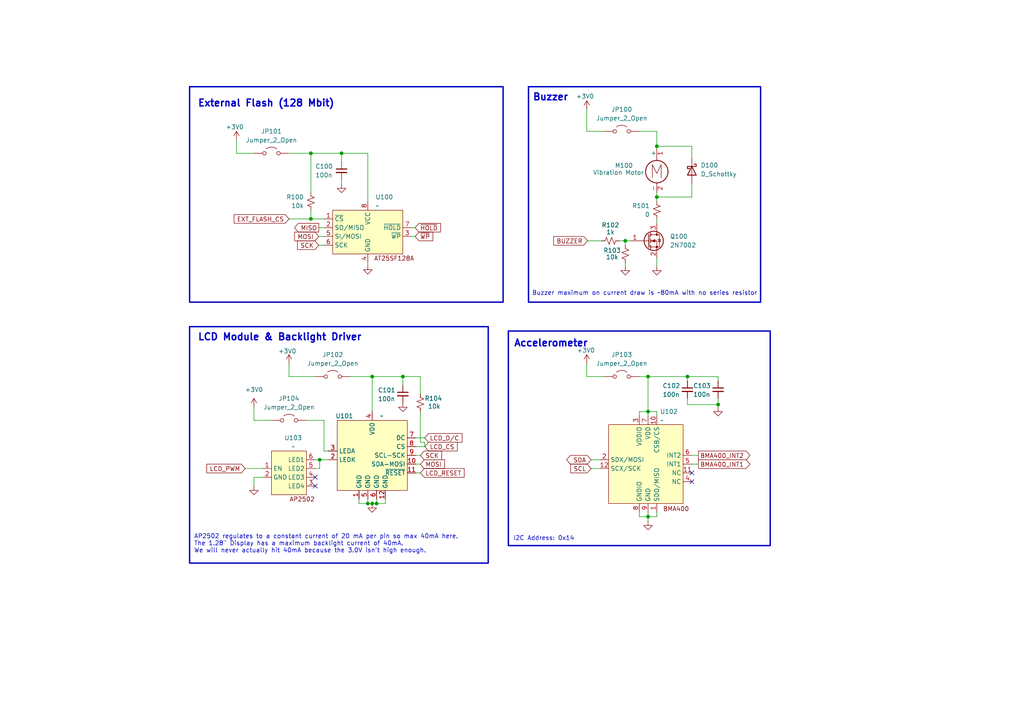
<source format=kicad_sch>
(kicad_sch (version 20231120) (generator "eeschema") (generator_version "8.0")
  (paper "A4")
  (lib_symbols
    (symbol "Device:C_Small" (pin_numbers hide) (pin_names (offset 0.254) hide)
      (property "Reference" "C" (at 0.254 1.778 0))
      (property "Value" "C_Small" (at 0.254 -2.032 0))
      (symbol "C_Small_0_1"
        (polyline (pts (xy -1.524 -0.508) (xy 1.524 -0.508)) (stroke (width 0.3302)))
        (polyline (pts (xy -1.524 0.508) (xy 1.524 0.508)) (stroke (width 0.3048)))
      )
      (symbol "C_Small_1_1"
        (pin passive line (at 0 2.54 270) (length 2.032) (name "~") (number "1"))
        (pin passive line (at 0 -2.54 90) (length 2.032) (name "~") (number "2"))
      )
    )
    (symbol "Device:D_Schottky" (pin_numbers hide) (pin_names (offset 1.016) hide)
      (property "Reference" "D" (at 0 2.54 0))
      (property "Value" "D_Schottky" (at 0 -2.54 0))
      (symbol "D_Schottky_0_1"
        (polyline (pts (xy 1.27 0) (xy -1.27 0)))
        (polyline (pts (xy 1.27 1.27) (xy 1.27 -1.27) (xy -1.27 0) (xy 1.27 1.27)) (stroke (width 0.254)))
        (polyline (pts (xy -1.905 0.635) (xy -1.905 1.27) (xy -1.27 1.27) (xy -1.27 -1.27) (xy -0.635 -1.27) (xy -0.635 -0.635)) (stroke (width 0.254)))
      )
      (symbol "D_Schottky_1_1"
        (pin passive line (at -3.81 0 0) (length 2.54) (name "K") (number "1"))
        (pin passive line (at 3.81 0 180) (length 2.54) (name "A") (number "2"))
      )
    )
    (symbol "Device:R_Small_US" (pin_numbers hide) (pin_names (offset 0.254) hide)
      (property "Reference" "R" (at 0.762 0.508 0))
      (property "Value" "R_Small_US" (at 0.762 -1.016 0))
      (symbol "R_Small_US_1_1"
        (polyline (pts (xy 0 0) (xy 1.016 -0.381) (xy 0 -0.762) (xy -1.016 -1.143) (xy 0 -1.524)))
        (polyline (pts (xy 0 1.524) (xy 1.016 1.143) (xy 0 0.762) (xy -1.016 0.381) (xy 0 0)))
        (pin passive line (at 0 2.54 270) (length 1.016) (name "~") (number "1"))
        (pin passive line (at 0 -2.54 90) (length 1.016) (name "~") (number "2"))
      )
    )
    (symbol "GeckoDevelopmentBoard:AP2502"
      (property "Reference" "U2" (at -2.921 7.366 0))
      (property "Value" "~" (at -7.62 1.27 0))
      (symbol "AP2502_1_1"
        (rectangle (start -5.08 6.35) (end 5.08 -6.35) (fill (type background)))
        (text "AP2502" (at 3.81 -7.62 0) (effects (font (size 1.27 1.27))))
        (pin input line (at -7.62 1.27 0) (length 2.54) (name "EN") (number "1"))
        (pin input line (at -7.62 -1.27 0) (length 2.54) (name "GND") (number "2"))
        (pin input line (at 7.62 -3.81 180) (length 2.54) (name "LED4") (number "3"))
        (pin input line (at 7.62 -1.27 180) (length 2.54) (name "LED3") (number "4"))
        (pin input line (at 7.62 1.27 180) (length 2.54) (name "LED2") (number "5"))
        (pin input line (at 7.62 3.81 180) (length 2.54) (name "LED1") (number "6"))
      )
    )
    (symbol "GeckoDevelopmentBoard:AT25SF128A"
      (property "Reference" "U3" (at -10.16 7.366 0))
      (property "Value" "~" (at -30.48 7.62 0))
      (symbol "AT25SF128A_1_1"
        (rectangle (start -10.16 6.35) (end 10.16 -6.35) (fill (type background)))
        (text "AT25SF128A" (at 7.62 -7.62 0) (effects (font (size 1.27 1.27))))
        (pin input line (at -12.7 3.81 0) (length 2.54) (name "~{CS}") (number "1"))
        (pin input line (at -12.7 1.27 0) (length 2.54) (name "SO/MISO") (number "2"))
        (pin input line (at 12.7 -1.27 180) (length 2.54) (name "~{WP}") (number "3"))
        (pin input line (at 0 -8.89 90) (length 2.54) (name "GND") (number "4"))
        (pin input line (at -12.7 -1.27 0) (length 2.54) (name "SI/MOSI") (number "5"))
        (pin input line (at -12.7 -3.81 0) (length 2.54) (name "SCK") (number "6"))
        (pin input line (at 12.7 1.27 180) (length 2.54) (name "~{HOLD}") (number "7"))
        (pin input line (at 0 8.89 270) (length 2.54) (name "VCC") (number "8"))
      )
    )
    (symbol "GeckoDevelopmentBoard:BMA400"
      (property "Reference" "U5" (at -11.176 12.446 0))
      (property "Value" "~" (at 12.192 -7.874 0))
      (symbol "BMA400_1_1"
        (rectangle (start -11.43 11.43) (end 10.16 -11.43) (fill (type background)))
        (text "BMA400" (at 8.128 -12.954 0) (effects (font (size 1.27 1.27))))
        (pin input line (at 2.54 -13.97 90) (length 2.54) (name "SDO/MISO") (number "1"))
        (pin input line (at 2.54 13.97 270) (length 2.54) (name "CSB/CS") (number "10"))
        (pin input line (at 12.7 -2.54 180) (length 2.54) (name "NC") (number "11"))
        (pin input line (at -13.97 -1.27 0) (length 2.54) (name "SCX/SCK") (number "12"))
        (pin input line (at -13.97 1.27 0) (length 2.54) (name "SDX/MOSI") (number "2"))
        (pin input line (at -2.54 13.97 270) (length 2.54) (name "VDDIO") (number "3"))
        (pin input line (at 12.7 -5.08 180) (length 2.54) (name "NC") (number "4"))
        (pin input line (at 12.7 0 180) (length 2.54) (name "INT1") (number "5"))
        (pin input line (at 12.7 2.54 180) (length 2.54) (name "INT2") (number "6"))
        (pin input line (at 0 13.97 270) (length 2.54) (name "VDD") (number "7"))
        (pin input line (at -2.54 -13.97 90) (length 2.54) (name "GNDIO") (number "8"))
        (pin input line (at 0 -13.97 90) (length 2.54) (name "GND") (number "9"))
      )
    )
    (symbol "GeckoDevelopmentBoard:ER-TFT147"
      (property "Reference" "U4" (at 1.9559 12.954 0))
      (property "Value" "~" (at -28.448 0.762 0))
      (symbol "ER-TFT147_1_1"
        (rectangle (start -10.16 10.16) (end 10.16 -10.16) (fill (type background)))
        (pin input line (at -3.81 -12.7 90) (length 2.54) (name "GND") (number "1"))
        (pin input line (at 12.7 -2.54 180) (length 2.54) (name "SDA-MOSI") (number "10"))
        (pin input line (at 12.7 -5.08 180) (length 2.54) (name "~{RESET}") (number "11"))
        (pin input line (at 3.81 -12.7 90) (length 2.54) (name "GND") (number "12"))
        (pin input line (at -12.7 -1.27 0) (length 2.54) (name "LEDK") (number "2"))
        (pin input line (at -12.7 1.27 0) (length 2.54) (name "LEDA") (number "3"))
        (pin input line (at 0 12.7 270) (length 2.54) (name "VDD") (number "4"))
        (pin input line (at -1.27 -12.7 90) (length 2.54) (name "GND") (number "5"))
        (pin input line (at 1.27 -12.7 90) (length 2.54) (name "GND") (number "6"))
        (pin input line (at 12.7 5.08 180) (length 2.54) (name "DC") (number "7"))
        (pin input line (at 12.7 2.54 180) (length 2.54) (name "CS") (number "8"))
        (pin input line (at 12.7 0 180) (length 2.54) (name "SCL-SCK") (number "9"))
      )
    )
    (symbol "Jumper:Jumper_2_Open" (pin_numbers hide) (pin_names (offset 0) hide) (exclude_from_sim yes)
      (property "Reference" "JP" (at 0 2.794 0))
      (property "Value" "Jumper_2_Open" (at 0 -2.286 0))
      (symbol "Jumper_2_Open_0_0"
        (circle (center -2.032 0) (radius 0.508))
        (circle (center 2.032 0) (radius 0.508))
      )
      (symbol "Jumper_2_Open_0_1"
        (arc (start 1.524 1.27) (mid 0 1.778) (end -1.524 1.27))
      )
      (symbol "Jumper_2_Open_1_1"
        (pin passive line (at -5.08 0 0) (length 2.54) (name "A") (number "1"))
        (pin passive line (at 5.08 0 180) (length 2.54) (name "B") (number "2"))
      )
    )
    (symbol "Motor:Motor_DC" (pin_names (offset 0))
      (property "Reference" "M" (at 2.54 2.54 0))
      (property "Value" "Motor_DC" (at 2.54 -5.08 0))
      (symbol "Motor_DC_0_0"
        (polyline (pts (xy -1.27 -3.302) (xy -1.27 0.508) (xy 0 -2.032) (xy 1.27 0.508) (xy 1.27 -3.302)))
      )
      (symbol "Motor_DC_0_1"
        (circle (center 0 -1.524) (radius 3.2512) (stroke (width 0.254)))
        (polyline (pts (xy 0 -7.62) (xy 0 -7.112)))
        (polyline (pts (xy 0 -4.7752) (xy 0 -5.1816)))
        (polyline (pts (xy 0 1.7272) (xy 0 2.0828)))
        (polyline (pts (xy 0 2.032) (xy 0 2.54)))
      )
      (symbol "Motor_DC_1_1"
        (pin passive line (at 0 5.08 270) (length 2.54) (name "+") (number "1"))
        (pin passive line (at 0 -7.62 90) (length 2.54) (name "-") (number "2"))
      )
    )
    (symbol "Transistor_FET:2N7002" (pin_names hide)
      (property "Reference" "Q" (at 5.08 1.905 0))
      (property "Value" "2N7002" (at 5.08 0 0))
      (symbol "2N7002_0_1"
        (polyline (pts (xy 0.254 0) (xy -2.54 0)))
        (polyline (pts (xy 0.254 1.905) (xy 0.254 -1.905)) (stroke (width 0.254)))
        (polyline (pts (xy 0.762 -1.27) (xy 0.762 -2.286)) (stroke (width 0.254)))
        (polyline (pts (xy 0.762 0.508) (xy 0.762 -0.508)) (stroke (width 0.254)))
        (polyline (pts (xy 0.762 2.286) (xy 0.762 1.27)) (stroke (width 0.254)))
        (polyline (pts (xy 2.54 2.54) (xy 2.54 1.778)))
        (polyline (pts (xy 2.54 -2.54) (xy 2.54 0) (xy 0.762 0)))
        (polyline (pts (xy 0.762 -1.778) (xy 3.302 -1.778) (xy 3.302 1.778) (xy 0.762 1.778)))
        (polyline (pts (xy 1.016 0) (xy 2.032 0.381) (xy 2.032 -0.381) (xy 1.016 0)) (fill (type outline)))
        (polyline (pts (xy 2.794 0.508) (xy 2.921 0.381) (xy 3.683 0.381) (xy 3.81 0.254)))
        (polyline (pts (xy 3.302 0.381) (xy 2.921 -0.254) (xy 3.683 -0.254) (xy 3.302 0.381)))
        (circle (center 1.651 0) (radius 2.794) (stroke (width 0.254)))
        (circle (center 2.54 -1.778) (radius 0.254) (fill (type outline)))
        (circle (center 2.54 1.778) (radius 0.254) (fill (type outline)))
      )
      (symbol "2N7002_1_1"
        (pin input line (at -5.08 0 0) (length 2.54) (name "G") (number "1"))
        (pin passive line (at 2.54 -5.08 90) (length 2.54) (name "S") (number "2"))
        (pin passive line (at 2.54 5.08 270) (length 2.54) (name "D") (number "3"))
      )
    )
    (symbol "power:+3V0" (power) (pin_names (offset 0))
      (property "Value" "+3V0" (at 0 3.556 0))
      (symbol "+3V0_0_1"
        (polyline (pts (xy -0.762 1.27) (xy 0 2.54)))
        (polyline (pts (xy 0 0) (xy 0 2.54)))
        (polyline (pts (xy 0 2.54) (xy 0.762 1.27)))
      )
      (symbol "+3V0_1_1"
        (pin power_in line (at 0 0 90) (length 0) hide (name "+3V0") (number "1"))
      )
    )
    (symbol "power:GND" (power) (pin_names (offset 0))
      (property "Value" "GND" (at 0 -3.81 0))
      (symbol "GND_0_1"
        (polyline (pts (xy 0 0) (xy 0 -1.27) (xy 1.27 -1.27) (xy 0 -2.54) (xy -1.27 -1.27) (xy 0 -1.27)))
      )
      (symbol "GND_1_1"
        (pin power_in line (at 0 0 270) (length 0) hide (name "GND") (number "1"))
      )
    )
  )
  (junction (at 107.95 146.05))
  (junction (at 187.96 149.86))
  (junction (at 208.28 117.348))
  (junction (at 187.96 109.22))
  (junction (at 90.17 63.5))
  (junction (at 190.5 42.418))
  (junction (at 99.06 44.45))
  (junction (at 116.84 109.22))
  (junction (at 107.95 109.22))
  (junction (at 199.39 109.22))
  (junction (at 109.22 146.05))
  (junction (at 190.5 57.15))
  (junction (at 187.96 119.38))
  (junction (at 92.71 133.35))
  (junction (at 181.356 69.85))
  (junction (at 106.68 146.05))
  (junction (at 90.17 44.45))
  (no_connect (at 200.66 139.7))
  (no_connect (at 91.44 138.43))
  (no_connect (at 91.44 140.97))
  (no_connect (at 200.66 137.16))
  (wire (pts (xy 73.66 140.97) (xy 73.66 138.43)))
  (wire (pts (xy 91.44 135.89) (xy 92.71 135.89)))
  (wire (pts (xy 73.66 121.92) (xy 73.66 118.11)))
  (wire (pts (xy 185.42 120.65) (xy 185.42 119.38)))
  (wire (pts (xy 190.5 63.5) (xy 190.5 64.77)))
  (wire (pts (xy 190.5 42.418) (xy 190.5 43.18)))
  (wire (pts (xy 107.95 109.22) (xy 107.95 119.38)))
  (wire (pts (xy 83.82 44.45) (xy 90.17 44.45)))
  (wire (pts (xy 170.18 109.22) (xy 170.18 105.41)))
  (wire (pts (xy 111.76 146.05) (xy 111.76 144.78)))
  (wire (pts (xy 175.26 109.22) (xy 170.18 109.22)))
  (wire (pts (xy 175.26 38.1) (xy 170.18 38.1)))
  (wire (pts (xy 106.68 76.2) (xy 106.68 76.962)))
  (wire (pts (xy 92.456 68.58) (xy 93.98 68.58)))
  (wire (pts (xy 208.28 115.57) (xy 208.28 117.348)))
  (wire (pts (xy 90.17 44.45) (xy 90.17 55.88)))
  (wire (pts (xy 106.68 146.05) (xy 107.95 146.05)))
  (wire (pts (xy 171.45 133.35) (xy 173.99 133.35)))
  (wire (pts (xy 68.58 44.45) (xy 68.58 40.64)))
  (wire (pts (xy 187.96 149.86) (xy 187.96 151.13)))
  (wire (pts (xy 123.19 128.27) (xy 121.92 128.27)))
  (wire (pts (xy 121.92 109.22) (xy 121.92 114.3)))
  (wire (pts (xy 116.84 109.22) (xy 107.95 109.22)))
  (wire (pts (xy 78.74 121.92) (xy 73.66 121.92)))
  (wire (pts (xy 185.42 149.86) (xy 187.96 149.86)))
  (wire (pts (xy 190.5 38.1) (xy 190.5 42.418)))
  (wire (pts (xy 120.65 127) (xy 123.19 127)))
  (wire (pts (xy 179.578 69.85) (xy 181.356 69.85)))
  (wire (pts (xy 200.66 53.34) (xy 200.66 57.15)))
  (wire (pts (xy 120.65 134.62) (xy 121.92 134.62)))
  (wire (pts (xy 208.28 110.49) (xy 208.28 109.22)))
  (wire (pts (xy 190.5 120.65) (xy 190.5 119.38)))
  (wire (pts (xy 190.5 148.59) (xy 190.5 149.86)))
  (wire (pts (xy 187.96 109.22) (xy 187.96 119.38)))
  (wire (pts (xy 171.45 135.89) (xy 173.99 135.89)))
  (wire (pts (xy 200.66 57.15) (xy 190.5 57.15)))
  (wire (pts (xy 199.39 109.22) (xy 187.96 109.22)))
  (wire (pts (xy 199.39 115.57) (xy 199.39 117.348)))
  (wire (pts (xy 185.42 109.22) (xy 187.96 109.22)))
  (wire (pts (xy 185.42 38.1) (xy 190.5 38.1)))
  (wire (pts (xy 71.12 135.89) (xy 76.2 135.89)))
  (wire (pts (xy 99.06 44.45) (xy 99.06 46.99)))
  (wire (pts (xy 208.28 109.22) (xy 199.39 109.22)))
  (wire (pts (xy 190.5 42.418) (xy 200.66 42.418)))
  (wire (pts (xy 107.95 146.05) (xy 109.22 146.05)))
  (wire (pts (xy 104.14 144.78) (xy 104.14 146.05)))
  (wire (pts (xy 91.44 133.35) (xy 92.71 133.35)))
  (wire (pts (xy 116.84 109.22) (xy 116.84 111.76)))
  (wire (pts (xy 120.65 129.54) (xy 123.19 129.54)))
  (wire (pts (xy 106.68 144.78) (xy 106.68 146.05)))
  (wire (pts (xy 190.5 57.15) (xy 190.5 58.42)))
  (wire (pts (xy 109.22 146.05) (xy 111.76 146.05)))
  (wire (pts (xy 83.82 63.5) (xy 90.17 63.5)))
  (wire (pts (xy 93.98 130.81) (xy 95.25 130.81)))
  (wire (pts (xy 190.5 119.38) (xy 187.96 119.38)))
  (wire (pts (xy 119.38 66.04) (xy 120.396 66.04)))
  (wire (pts (xy 90.17 63.5) (xy 93.98 63.5)))
  (wire (pts (xy 170.18 38.1) (xy 170.18 31.75)))
  (wire (pts (xy 83.82 109.22) (xy 83.82 105.41)))
  (wire (pts (xy 185.42 148.59) (xy 185.42 149.86)))
  (wire (pts (xy 190.5 74.93) (xy 190.5 77.216)))
  (wire (pts (xy 104.14 146.05) (xy 106.68 146.05)))
  (wire (pts (xy 208.28 117.348) (xy 208.28 118.11)))
  (wire (pts (xy 120.65 132.08) (xy 121.92 132.08)))
  (wire (pts (xy 92.71 135.89) (xy 92.71 133.35)))
  (wire (pts (xy 93.98 121.92) (xy 93.98 130.81)))
  (wire (pts (xy 121.92 128.27) (xy 121.92 119.38)))
  (wire (pts (xy 119.38 68.58) (xy 120.396 68.58)))
  (wire (pts (xy 109.22 144.78) (xy 109.22 146.05)))
  (wire (pts (xy 185.42 119.38) (xy 187.96 119.38)))
  (wire (pts (xy 181.356 69.85) (xy 182.88 69.85)))
  (wire (pts (xy 92.456 71.12) (xy 93.98 71.12)))
  (wire (pts (xy 88.9 121.92) (xy 93.98 121.92)))
  (wire (pts (xy 90.17 44.45) (xy 99.06 44.45)))
  (wire (pts (xy 106.68 58.42) (xy 106.68 44.45)))
  (wire (pts (xy 120.65 137.16) (xy 121.92 137.16)))
  (wire (pts (xy 106.68 44.45) (xy 99.06 44.45)))
  (wire (pts (xy 73.66 44.45) (xy 68.58 44.45)))
  (wire (pts (xy 90.17 60.96) (xy 90.17 63.5)))
  (wire (pts (xy 200.66 45.72) (xy 200.66 42.418)))
  (wire (pts (xy 181.356 76.2) (xy 181.356 77.216)))
  (wire (pts (xy 121.92 109.22) (xy 116.84 109.22)))
  (wire (pts (xy 199.39 117.348) (xy 208.28 117.348)))
  (wire (pts (xy 187.96 119.38) (xy 187.96 120.65)))
  (wire (pts (xy 92.71 133.35) (xy 95.25 133.35)))
  (wire (pts (xy 181.356 71.12) (xy 181.356 69.85)))
  (wire (pts (xy 187.96 148.59) (xy 187.96 149.86)))
  (wire (pts (xy 200.66 134.62) (xy 202.565 134.62)))
  (wire (pts (xy 190.5 149.86) (xy 187.96 149.86)))
  (wire (pts (xy 200.66 132.08) (xy 202.565 132.08)))
  (wire (pts (xy 123.19 128.27) (xy 123.19 129.54)))
  (wire (pts (xy 101.6 109.22) (xy 107.95 109.22)))
  (wire (pts (xy 199.39 110.49) (xy 199.39 109.22)))
  (wire (pts (xy 73.66 138.43) (xy 76.2 138.43)))
  (wire (pts (xy 99.06 52.07) (xy 99.06 53.34)))
  (wire (pts (xy 92.456 66.04) (xy 93.98 66.04)))
  (wire (pts (xy 91.44 109.22) (xy 83.82 109.22)))
  (wire (pts (xy 190.5 55.88) (xy 190.5 57.15)))
  (wire (pts (xy 170.434 69.85) (xy 174.498 69.85)))
  (rectangle (start 153.289 25.146) (end 220.599 87.63) (stroke (width 0.4)))
  (rectangle (start 54.991 94.742) (end 141.605 163.322) (stroke (width 0.4)))
  (rectangle (start 54.991 25.146) (end 145.923 87.63) (stroke (width 0.4)))
  (rectangle (start 147.447 96.012) (end 223.393 158.242) (stroke (width 0.4)))
  (text "AP2502 regulates to a constant current of 20 mA per pin so max 40mA here.\nThe 1.28\" Display has a maximum backlight current of 40mA.\nWe will never actually hit 40mA because the 3.0V isn't high enough." (at 56.261 160.528 0) (effects (font (size 1.27 1.27)) (justify left bottom)))
  (text "LCD Module & Backlight Driver" (at 57.277 99.06 0) (effects (font (size 2 2) (bold yes)) (justify left bottom)))
  (text "Buzzer" (at 154.432 29.464 0) (effects (font (size 2 2) (thickness 0.4) (bold yes)) (justify left bottom)))
  (text "Accelerometer" (at 148.971 100.838 0) (effects (font (size 2 2) (bold yes)) (justify left bottom)))
  (text "Buzzer maximum on current draw is ~80mA with no series resistor" (at 154.305 85.852 0) (effects (font (size 1.27 1.27)) (justify left bottom)))
  (text "External Flash (128 Mbit)" (at 57.277 31.242 0) (effects (font (size 2 2) (thickness 0.4) (bold yes)) (justify left bottom)))
  (text "I2C Address: 0x14" (at 148.844 156.972 0) (effects (font (size 1.27 1.27)) (justify left bottom)))
  (global_label "BUZZER" (shape input) (at 170.434 69.85 180) (property "Intersheetrefs" "${INTERSHEET_REFS}" (effects (hide yes))))
  (global_label "BMA400_INT1" (shape output) (at 202.565 134.62 0) (property "Intersheetrefs" "${INTERSHEET_REFS}" (effects (hide yes))))
  (global_label "SCK" (shape input) (at 92.456 71.12 180) (property "Intersheetrefs" "${INTERSHEET_REFS}" (effects (hide yes))))
  (global_label "MISO" (shape output) (at 92.456 66.04 180) (property "Intersheetrefs" "${INTERSHEET_REFS}" (effects (hide yes))))
  (global_label "~{WP}" (shape input) (at 120.396 68.58 0) (property "Intersheetrefs" "${INTERSHEET_REFS}" (effects (hide yes))))
  (global_label "EXT_FLASH_CS" (shape input) (at 83.82 63.5 180) (property "Intersheetrefs" "${INTERSHEET_REFS}" (effects (hide yes))))
  (global_label "LCD_CS" (shape input) (at 123.19 129.54 0) (property "Intersheetrefs" "${INTERSHEET_REFS}" (effects (hide yes))))
  (global_label "SCL" (shape input) (at 171.45 135.89 180) (property "Intersheetrefs" "${INTERSHEET_REFS}" (effects (hide yes))))
  (global_label "BMA400_INT2" (shape output) (at 202.565 132.08 0) (property "Intersheetrefs" "${INTERSHEET_REFS}" (effects (hide yes))))
  (global_label "LCD_PWM" (shape input) (at 71.12 135.89 180) (property "Intersheetrefs" "${INTERSHEET_REFS}" (effects (hide yes))))
  (global_label "~{HOLD}" (shape input) (at 120.396 66.04 0) (property "Intersheetrefs" "${INTERSHEET_REFS}" (effects (hide yes))))
  (global_label "SCK" (shape input) (at 121.92 132.08 0) (property "Intersheetrefs" "${INTERSHEET_REFS}" (effects (hide yes))))
  (global_label "MOSI" (shape input) (at 92.456 68.58 180) (property "Intersheetrefs" "${INTERSHEET_REFS}" (effects (hide yes))))
  (global_label "MOSI" (shape input) (at 121.92 134.62 0) (property "Intersheetrefs" "${INTERSHEET_REFS}" (effects (hide yes))))
  (global_label "SDA" (shape bidirectional) (at 171.45 133.35 180) (property "Intersheetrefs" "${INTERSHEET_REFS}" (effects (hide yes))))
  (global_label "LCD_RESET" (shape input) (at 121.92 137.16 0) (property "Intersheetrefs" "${INTERSHEET_REFS}" (effects (hide yes))))
  (global_label "LCD_D{slash}C" (shape input) (at 123.19 127 0) (property "Intersheetrefs" "${INTERSHEET_REFS}" (effects (hide yes))))
  (symbol (lib_id "power:GND") (at 190.5 77.216 0) (unit 1)
    (property "Reference" "#PWR0105" (effects (hide yes)))
    (property "Value" "GND" (effects (hide yes)))
  )
  (symbol (lib_id "power:GND") (at 181.356 77.216 0) (unit 1)
    (property "Reference" "#PWR0104" (effects (hide yes)))
    (property "Value" "GND" (effects (hide yes)))
  )
  (symbol (lib_id "Device:R_Small_US") (at 181.356 73.66 180) (unit 1)
    (property "Reference" "R103" (at 177.546 72.644 0))
    (property "Value" "10k" (at 177.546 74.549 0))
    (property "Footprint" "Resistor_SMD:R_0402_1005Metric" (effects (hide yes)))
  )
  (symbol (lib_id "Jumper:Jumper_2_Open") (at 78.74 44.45 0) (unit 1) (exclude_from_sim yes)
    (property "Reference" "JP101" (at 78.74 38.1 0))
    (property "Value" "Jumper_2_Open" (at 78.74 40.64 0))
    (property "Footprint" "GeckoDevelopmentBoard:2pinJumper_HDRV2W110P0X254_1X2_508X254X854P" (effects (hide yes)))
    (property "Description" "Jumper, 2-pole, open" (effects (hide yes)))
  )
  (symbol (lib_id "power:GND") (at 107.95 146.05 0) (unit 1)
    (property "Reference" "#PWR0112" (effects (hide yes)))
    (property "Value" "GND" (effects (hide yes)))
  )
  (symbol (lib_id "power:GND") (at 73.66 140.97 0) (unit 1)
    (property "Reference" "#PWR0111" (effects (hide yes)))
    (property "Value" "GND" (effects (hide yes)))
  )
  (symbol (lib_id "power:+3V0") (at 170.18 105.41 0) (unit 1)
    (property "Reference" "#PWR0107" (effects (hide yes)))
    (property "Value" "+3V0" (at 169.926 101.6 0))
  )
  (symbol (lib_id "power:GND") (at 116.84 116.84 0) (unit 1)
    (property "Reference" "#PWR0108" (effects (hide yes)))
    (property "Value" "GND" (effects (hide yes)))
  )
  (symbol (lib_id "Device:C_Small") (at 208.28 113.03 0) (unit 1)
    (property "Reference" "C103" (at 201.041 111.887 0) (effects (justify left)))
    (property "Value" "100n" (at 201.041 114.427 0) (effects (justify left)))
    (property "Footprint" "Capacitor_SMD:C_0402_1005Metric" (effects (hide yes)))
  )
  (symbol (lib_id "Device:C_Small") (at 99.06 49.53 0) (unit 1)
    (property "Reference" "C100" (at 91.44 48.26 0) (effects (justify left)))
    (property "Value" "100n" (at 91.44 50.8 0) (effects (justify left)))
    (property "Footprint" "Capacitor_SMD:C_0402_1005Metric" (effects (hide yes)))
  )
  (symbol (lib_id "power:+3V0") (at 68.58 40.64 0) (unit 1)
    (property "Reference" "#PWR0101" (effects (hide yes)))
    (property "Value" "+3V0" (at 68.072 36.83 0))
  )
  (symbol (lib_id "Device:C_Small") (at 116.84 114.3 0) (unit 1)
    (property "Reference" "C101" (at 109.601 113.157 0) (effects (justify left)))
    (property "Value" "100n" (at 109.601 115.697 0) (effects (justify left)))
    (property "Footprint" "Capacitor_SMD:C_0402_1005Metric" (effects (hide yes)))
  )
  (symbol (lib_id "power:GND") (at 208.28 118.11 0) (unit 1)
    (property "Reference" "#PWR0109" (effects (hide yes)))
    (property "Value" "GND" (effects (hide yes)))
  )
  (symbol (lib_id "power:+3V0") (at 83.82 105.41 0) (unit 1)
    (property "Reference" "#PWR0106" (effects (hide yes)))
    (property "Value" "+3V0" (at 83.312 101.854 0))
  )
  (symbol (lib_id "GeckoDevelopmentBoard:AP2502") (at 83.82 137.16 0) (unit 1)
    (property "Reference" "U103" (at 85.0397 127 0))
    (property "Value" "~" (at 85.0397 129.54 0))
    (property "Footprint" "GeckoDevelopmentBoard:AP2502_SOT95P280X145-6N" (effects (hide yes)))
  )
  (symbol (lib_id "Transistor_FET:2N7002") (at 187.96 69.85 0) (unit 1)
    (property "Reference" "Q100" (at 194.31 68.58 0) (effects (justify left)))
    (property "Value" "2N7002" (at 194.31 71.12 0) (effects (justify left)))
    (property "Footprint" "Package_TO_SOT_SMD:SOT-23" (effects (hide yes)))
    (property "Datasheet" "https://www.onsemi.com/pub/Collateral/NDS7002A-D.PDF" (effects (hide yes)))
  )
  (symbol (lib_id "power:+3V0") (at 170.18 31.75 0) (unit 1)
    (property "Reference" "#PWR0100" (effects (hide yes)))
    (property "Value" "+3V0" (at 169.672 27.94 0))
  )
  (symbol (lib_id "power:GND") (at 99.06 53.34 0) (unit 1)
    (property "Reference" "#PWR0102" (effects (hide yes)))
    (property "Value" "GND" (effects (hide yes)))
  )
  (symbol (lib_id "Jumper:Jumper_2_Open") (at 83.82 121.92 0) (unit 1) (exclude_from_sim yes)
    (property "Reference" "JP104" (at 83.82 115.57 0))
    (property "Value" "Jumper_2_Open" (at 83.82 118.11 0))
    (property "Footprint" "GeckoDevelopmentBoard:2pinJumper_HDRV2W110P0X254_1X2_508X254X854P" (effects (hide yes)))
    (property "Description" "Jumper, 2-pole, open" (effects (hide yes)))
  )
  (symbol (lib_id "GeckoDevelopmentBoard:BMA400") (at 187.96 134.62 0) (unit 1)
    (property "Reference" "U102" (at 191.4241 119.38 0) (effects (justify left)))
    (property "Value" "~" (at 191.4241 121.92 0) (effects (justify left)))
    (property "Footprint" "GeckoDevelopmentBoard:BOSCH_LGA_12" (effects (hide yes)))
  )
  (symbol (lib_id "Device:R_Small_US") (at 121.92 116.84 0) (unit 1)
    (property "Reference" "R104" (at 128.27 115.57 0) (effects (justify right)))
    (property "Value" "10k" (at 127.762 117.856 0) (effects (justify right)))
    (property "Footprint" "Resistor_SMD:R_0402_1005Metric" (effects (hide yes)))
  )
  (symbol (lib_id "Device:R_Small_US") (at 190.5 60.96 0) (unit 1)
    (property "Reference" "R101" (at 188.468 59.69 0) (effects (justify right)))
    (property "Value" "0" (at 188.468 62.23 0) (effects (justify right)))
    (property "Footprint" "Resistor_SMD:R_0603_1608Metric" (effects (hide yes)))
  )
  (symbol (lib_id "power:GND") (at 187.96 151.13 0) (unit 1)
    (property "Reference" "#PWR0113" (effects (hide yes)))
    (property "Value" "GND" (effects (hide yes)))
  )
  (symbol (lib_id "power:+3V0") (at 73.66 118.11 0) (unit 1)
    (property "Reference" "#PWR0110" (effects (hide yes)))
    (property "Value" "+3V0" (at 73.66 113.03 0))
  )
  (symbol (lib_id "Motor:Motor_DC") (at 190.5 48.26 0) (unit 1)
    (property "Reference" "M100" (at 178.308 48.006 0) (effects (justify left)))
    (property "Value" "Vibration Motor" (at 171.958 50.038 0) (effects (justify left)))
    (property "Footprint" "GeckoDevelopmentBoard:SMD_vibrationMotor" (effects (hide yes)))
  )
  (symbol (lib_id "GeckoDevelopmentBoard:AT25SF128A") (at 106.68 67.31 0) (unit 1)
    (property "Reference" "U100" (at 108.8741 57.15 0) (effects (justify left)))
    (property "Value" "~" (at 108.8741 59.69 0) (effects (justify left)))
    (property "Footprint" "GeckoDevelopmentBoard:extFlash_SON127P600X500X60-9N-D" (effects (hide yes)))
  )
  (symbol (lib_id "Device:C_Small") (at 199.39 113.03 0) (unit 1)
    (property "Reference" "C102" (at 192.151 111.887 0) (effects (justify left)))
    (property "Value" "100n" (at 192.151 114.427 0) (effects (justify left)))
    (property "Footprint" "Capacitor_SMD:C_0402_1005Metric" (effects (hide yes)))
  )
  (symbol (lib_id "Device:R_Small_US") (at 90.17 58.42 0) (unit 1)
    (property "Reference" "R100" (at 88.138 57.15 0) (effects (justify right)))
    (property "Value" "10k" (at 88.138 59.69 0) (effects (justify right)))
    (property "Footprint" "Resistor_SMD:R_0402_1005Metric" (effects (hide yes)))
  )
  (symbol (lib_id "Device:R_Small_US") (at 177.038 69.85 90) (unit 1)
    (property "Reference" "R102" (at 177.038 65.278 90))
    (property "Value" "1k" (at 177.038 67.31 90))
    (property "Footprint" "Resistor_SMD:R_0402_1005Metric" (effects (hide yes)))
  )
  (symbol (lib_id "Jumper:Jumper_2_Open") (at 180.34 109.22 0) (unit 1) (exclude_from_sim yes)
    (property "Reference" "JP103" (at 180.34 102.87 0))
    (property "Value" "Jumper_2_Open" (at 180.34 105.41 0))
    (property "Footprint" "GeckoDevelopmentBoard:2pinJumper_HDRV2W110P0X254_1X2_508X254X854P" (effects (hide yes)))
    (property "Description" "Jumper, 2-pole, open" (effects (hide yes)))
  )
  (symbol (lib_id "Jumper:Jumper_2_Open") (at 180.34 38.1 0) (unit 1) (exclude_from_sim yes)
    (property "Reference" "JP100" (at 180.34 31.75 0))
    (property "Value" "Jumper_2_Open" (at 180.34 34.29 0))
    (property "Footprint" "GeckoDevelopmentBoard:2pinJumper_HDRV2W110P0X254_1X2_508X254X854P" (effects (hide yes)))
    (property "Description" "Jumper, 2-pole, open" (effects (hide yes)))
  )
  (symbol (lib_id "Device:D_Schottky") (at 200.66 49.53 270) (unit 1)
    (property "Reference" "D100" (at 203.2 47.9425 90) (effects (justify left)))
    (property "Value" "D_Schottky" (at 203.2 50.4825 90) (effects (justify left)))
    (property "Footprint" "GeckoDevelopmentBoard:flyback_SODFL1608X70N" (effects (hide yes)))
  )
  (symbol (lib_id "power:GND") (at 106.68 76.962 0) (unit 1)
    (property "Reference" "#PWR0103" (effects (hide yes)))
    (property "Value" "GND" (effects (hide yes)))
  )
  (symbol (lib_id "Jumper:Jumper_2_Open") (at 96.52 109.22 0) (unit 1) (exclude_from_sim yes)
    (property "Reference" "JP102" (at 96.52 102.87 0))
    (property "Value" "Jumper_2_Open" (at 96.52 105.41 0))
    (property "Footprint" "GeckoDevelopmentBoard:2pinJumper_HDRV2W110P0X254_1X2_508X254X854P" (effects (hide yes)))
    (property "Description" "Jumper, 2-pole, open" (effects (hide yes)))
  )
  (symbol (lib_id "GeckoDevelopmentBoard:ER-TFT147") (at 107.95 132.08 0) (unit 1)
    (property "Reference" "U101" (at 97.282 120.65 0) (effects (justify left)))
    (property "Value" "~" (at 110.1441 120.65 0) (effects (justify left)))
    (property "Footprint" "GeckoDevelopmentBoard:1.47_TFT_displayConnector" (effects (hide yes)))
  )
)
</source>
